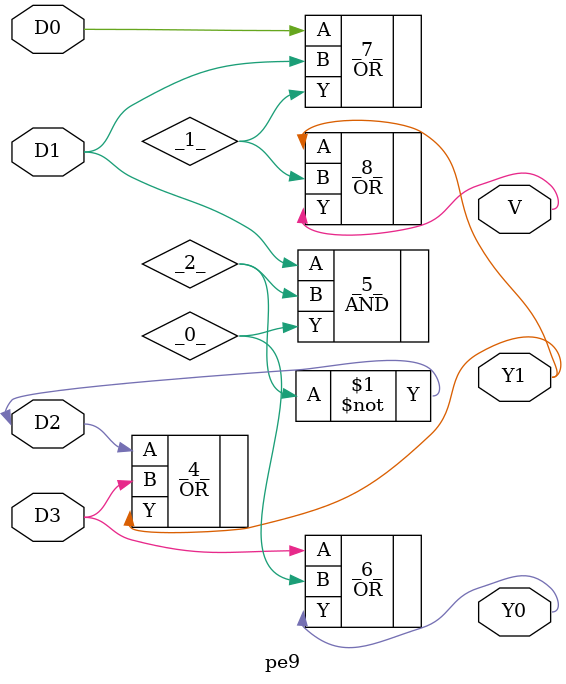
<source format=v>
/* Generated by Yosys 0.41+83 (git sha1 7045cf509, x86_64-w64-mingw32-g++ 13.2.1 -Os) */

/* cells_not_processed =  1  */
/* src = "pe9.v:1.1-14.10" */
module pe9(D0, D1, D2, D3, Y1, Y0, V);
  wire _0_;
  wire _1_;
  wire _2_;
  /* src = "pe9.v:3.11-3.13" */
  input D0;
  wire D0;
  /* src = "pe9.v:3.14-3.16" */
  input D1;
  wire D1;
  /* src = "pe9.v:3.17-3.19" */
  input D2;
  wire D2;
  /* src = "pe9.v:3.20-3.22" */
  input D3;
  wire D3;
  /* src = "pe9.v:4.22-4.23" */
  output V;
  wire V;
  /* src = "pe9.v:4.19-4.21" */
  output Y0;
  wire Y0;
  /* src = "pe9.v:4.16-4.18" */
  output Y1;
  wire Y1;
  not _3_ (
    .A(D2),
    .Y(_2_)
  );
  OR _4_ (
    .A(D2),
    .B(D3),
    .Y(Y1)
  );
  AND _5_ (
    .A(D1),
    .B(_2_),
    .Y(_0_)
  );
  OR _6_ (
    .A(D3),
    .B(_0_),
    .Y(Y0)
  );
  OR _7_ (
    .A(D0),
    .B(D1),
    .Y(_1_)
  );
  OR _8_ (
    .A(Y1),
    .B(_1_),
    .Y(V)
  );
endmodule

</source>
